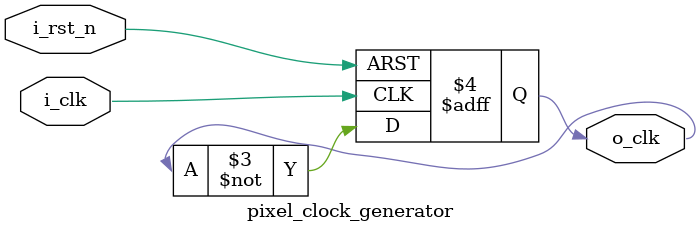
<source format=sv>
module sync_pulse_generator (
  input        i_clk,      // Input clock (pixel clock)
  input        i_rst_n,    // Asynchronous reset - active low
  output logic o_hsync_n,  // Horizontal sync pulse - active low
  output logic o_vsync_n,  // Vertical sync pulse - active low
  output logic o_hblank_n, // Blanking signal for RGB data - active low
  output logic o_vblank_n  // Blanking signal for RGB data - active low
  );

  // -- Local constants --
  // Visible frame dimensions
  localparam VISIBLE_WIDTH  = 10'd640;
  localparam VISIBLE_HEIGHT = 10'd480;
  // Horizontal timing signal widths
  localparam H_FRONT_PORCH_WIDTH = 10'd16;
  localparam H_SYNC_PULSE_WIDTH  = 10'd96;
  localparam H_BACK_PORCH_WIDTH  = 10'd48;
  // Vertical timing signal widths
  localparam V_FRONT_PORCH_WIDTH = 10'd11;
  localparam V_SYNC_PULSE_WIDTH  = 10'd2;
  localparam V_BACK_PORCH_WIDTH  = 10'd31;
  // Total line width
  localparam LINE_WIDTH = VISIBLE_WIDTH + H_FRONT_PORCH_WIDTH
                        + H_SYNC_PULSE_WIDTH + H_BACK_PORCH_WIDTH;
  // Total frame height
  localparam FRAME_HEIGHT = VISIBLE_HEIGHT + V_FRONT_PORCH_WIDTH
                        + V_SYNC_PULSE_WIDTH + V_BACK_PORCH_WIDTH;
  // 10-bit one to increment the counters
  localparam ONE = 10'd1;

  // -- Local variables -- 
  logic [9:0] pixel_count, next_pixel_count;
  logic [9:0] line_count, next_line_count;

  // -- Continuous assignments -- 
  assign next_pixel_count = pixel_count + ONE;
  assign next_line_count  = line_count + ONE;

  // -- Sequential logic --
  // Counter to count the number of pixels displayed
  always_ff @ (posedge i_clk or negedge i_rst_n) begin : PixelCount
    if (~i_rst_n) begin
      pixel_count <= '0;
    end else begin
      if (next_pixel_count == LINE_WIDTH) begin
        pixel_count <= '0;
      end else begin
        pixel_count <= next_pixel_count; 
      end // else
    end // else
  end : PixelCount

  // Counter to count the number of lines displayed
  always_ff @ (posedge i_clk or negedge i_rst_n) begin : LineCount
    if (~i_rst_n) begin
      line_count <= '0;
    end else if (next_pixel_count == LINE_WIDTH) begin
	  if (next_line_count == FRAME_HEIGHT) begin
        line_count <= '0;
      end else begin 
        line_count <= next_line_count;
      end // else
    end // else if (next_pixel_count == LINE_WIDTH)
  end : LineCount

  // Generate hsync pulse - start with the sync pulse
  always_ff @ (posedge i_clk or negedge i_rst_n) begin : HSyncPulse
    if (~i_rst_n) begin
      o_hsync_n <= '0; 
    end else begin
      if (next_pixel_count == H_SYNC_PULSE_WIDTH) begin
        o_hsync_n <= '1;
      end else if (next_pixel_count == LINE_WIDTH) begin
        o_hsync_n <= '0;
      end // else if (~|next_pixel_count)     
    end // else
  end : HSyncPulse  

  // Generate vsync pulse - start with the sync pulse
  always_ff @ (posedge i_clk or negedge i_rst_n) begin : VSyncPulse
    if (~i_rst_n) begin
      o_vsync_n <= '0;
    end else if (next_pixel_count == LINE_WIDTH) begin
      if (next_line_count == V_SYNC_PULSE_WIDTH) begin
        o_vsync_n <= '1;
      end else if (next_line_count == FRAME_HEIGHT) begin
        o_vsync_n <= '0;
      end // else if (next_line_count == FRAME_HEIGHT)
    end // else if (next_pixel_count == LINE_WIDTH)
  end : VSyncPulse  

  // Generate horizontal blanking signal
  always_ff @ (posedge i_clk or negedge i_rst_n) begin : HorizontalBlankPulse
    if (~i_rst_n) begin
      o_hblank_n <= '0;
    end else if (next_pixel_count == H_SYNC_PULSE_WIDTH + H_BACK_PORCH_WIDTH) begin
      o_hblank_n <= '1;
    end else if (next_pixel_count == LINE_WIDTH - H_FRONT_PORCH_WIDTH) begin
      o_hblank_n <= '0;
    end // else if (next_pixel_count == LINE_WIDTH - H_FRONT_PORCH_WIDTH)
  end : HorizontalBlankPulse 

  // Generate vertical blanking signal
  always_ff @ (posedge i_clk or negedge i_rst_n) begin : VerticalBlankPulse
    if (~i_rst_n) begin
      o_vblank_n <= '0;
    end else if (next_pixel_count == LINE_WIDTH) begin
      if (next_line_count == V_SYNC_PULSE_WIDTH + V_BACK_PORCH_WIDTH) begin
        o_vblank_n <= '1;
      end else if (next_line_count == FRAME_HEIGHT - V_FRONT_PORCH_WIDTH) begin
        o_vblank_n <= '0;
      end // else if (next_line_count == FRAME_HEIGHT - V_FRONT_PORCH_WIDTH)
    end // else if (next_pixel_count == LINE_WIDTH)
  end : VerticalBlankPulse 

endmodule

// -- Pixel Clock Generator --
// For a VGA 640x480 resolution with a 60 Hz refresh rate,
// the standard pixel clock is 25.175 MHz.
// The DE10-Lite FPGA onboard 50 MHz clock can be divided down
// by two to easily get 25 MHz, which is close enough to 25.175 MHz.
module pixel_clock_generator (
  input        i_clk,   // FPGA 50 MHz clock
  input        i_rst_n, // Synchronous reset - active low
  output logic o_clk    // 25 MHz output clock
  );

  always_ff @ (posedge i_clk or negedge i_rst_n) begin : FreqDiv
    if (~i_rst_n) begin
      o_clk <= '0;
    end // if (~i_rst_n)
    else begin
      o_clk <= ~o_clk;
    end // else
  end : FreqDiv

endmodule
</source>
